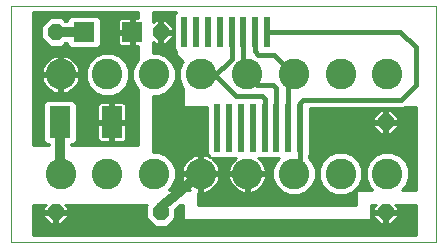
<source format=gtl>
G75*
%MOIN*%
%OFA0B0*%
%FSLAX25Y25*%
%IPPOS*%
%LPD*%
%AMOC8*
5,1,8,0,0,1.08239X$1,22.5*
%
%ADD10C,0.00000*%
%ADD11R,0.07087X0.06693*%
%ADD12OC8,0.05575*%
%ADD13C,0.10236*%
%ADD14R,0.07087X0.10630*%
%ADD15R,0.02400X0.10000*%
%ADD16R,0.02400X0.16000*%
%ADD17C,0.03200*%
%ADD18C,0.01000*%
%ADD19C,0.01600*%
D10*
X0094868Y0005500D02*
X0094868Y0084240D01*
X0236600Y0084240D01*
X0236600Y0005500D01*
X0094868Y0005500D01*
D11*
X0119297Y0075500D03*
X0135439Y0075500D03*
D12*
X0144868Y0075500D03*
X0109868Y0075500D03*
X0219868Y0045500D03*
X0219868Y0015500D03*
X0144868Y0015500D03*
X0109868Y0015500D03*
D13*
X0111521Y0028295D03*
X0127073Y0028295D03*
X0142624Y0028295D03*
X0158175Y0028295D03*
X0173726Y0028295D03*
X0189277Y0028295D03*
X0204829Y0028295D03*
X0220380Y0028295D03*
X0220380Y0061366D03*
X0204829Y0061366D03*
X0189277Y0061366D03*
X0173726Y0061366D03*
X0158175Y0061366D03*
X0142624Y0061366D03*
X0127073Y0061366D03*
X0111521Y0061366D03*
D14*
X0111207Y0045500D03*
X0128529Y0045500D03*
D15*
X0152721Y0075600D03*
X0156721Y0075600D03*
X0160621Y0075600D03*
X0164521Y0075600D03*
X0168521Y0075600D03*
X0172421Y0075600D03*
X0176321Y0075600D03*
X0180321Y0075600D03*
D16*
X0179545Y0043600D03*
X0183445Y0043600D03*
X0187345Y0043600D03*
X0191345Y0043600D03*
X0175545Y0043600D03*
X0171645Y0043600D03*
X0167745Y0043600D03*
X0163745Y0043600D03*
D17*
X0158175Y0028295D02*
X0144868Y0017350D01*
X0144868Y0015500D01*
X0111521Y0028295D02*
X0111207Y0028610D01*
X0111207Y0045500D01*
X0110734Y0045500D01*
X0109868Y0075500D02*
X0119297Y0075500D01*
D18*
X0124940Y0075396D02*
X0134939Y0075396D01*
X0134939Y0075000D02*
X0130608Y0075000D01*
X0130608Y0071984D01*
X0130696Y0071657D01*
X0130865Y0071363D01*
X0131105Y0071123D01*
X0131399Y0070954D01*
X0131726Y0070866D01*
X0134939Y0070866D01*
X0134939Y0075000D01*
X0135939Y0075000D01*
X0135939Y0070866D01*
X0137368Y0070866D01*
X0137368Y0066318D01*
X0136505Y0065455D01*
X0135406Y0062802D01*
X0135406Y0059930D01*
X0136505Y0057277D01*
X0137368Y0056414D01*
X0137368Y0038000D01*
X0114907Y0038000D01*
X0114907Y0038085D01*
X0115620Y0038085D01*
X0116850Y0039315D01*
X0116850Y0051685D01*
X0115620Y0052915D01*
X0106793Y0052915D01*
X0105563Y0051685D01*
X0105563Y0039315D01*
X0106793Y0038085D01*
X0107507Y0038085D01*
X0107507Y0038000D01*
X0102368Y0038000D01*
X0102368Y0082140D01*
X0137368Y0082140D01*
X0137368Y0080134D01*
X0135939Y0080134D01*
X0135939Y0076000D01*
X0134939Y0076000D01*
X0134939Y0080134D01*
X0131726Y0080134D01*
X0131399Y0080046D01*
X0131105Y0079877D01*
X0130865Y0079637D01*
X0130696Y0079343D01*
X0130608Y0079016D01*
X0130608Y0076000D01*
X0134939Y0076000D01*
X0134939Y0075000D01*
X0134939Y0074397D02*
X0135939Y0074397D01*
X0135939Y0073399D02*
X0134939Y0073399D01*
X0134939Y0072400D02*
X0135939Y0072400D01*
X0135939Y0071402D02*
X0134939Y0071402D01*
X0137368Y0070403D02*
X0124060Y0070403D01*
X0123710Y0070054D02*
X0124940Y0071284D01*
X0124940Y0079716D01*
X0123710Y0080946D01*
X0114884Y0080946D01*
X0113654Y0079716D01*
X0113654Y0079200D01*
X0113080Y0079200D01*
X0111892Y0080387D01*
X0107844Y0080387D01*
X0104981Y0077524D01*
X0104981Y0073476D01*
X0107844Y0070613D01*
X0111892Y0070613D01*
X0113080Y0071800D01*
X0113654Y0071800D01*
X0113654Y0071284D01*
X0114884Y0070054D01*
X0123710Y0070054D01*
X0124940Y0071402D02*
X0130843Y0071402D01*
X0130608Y0072400D02*
X0124940Y0072400D01*
X0124940Y0073399D02*
X0130608Y0073399D01*
X0130608Y0074397D02*
X0124940Y0074397D01*
X0124940Y0076394D02*
X0130608Y0076394D01*
X0130608Y0077393D02*
X0124940Y0077393D01*
X0124940Y0078391D02*
X0130608Y0078391D01*
X0130723Y0079390D02*
X0124940Y0079390D01*
X0124268Y0080388D02*
X0137368Y0080388D01*
X0137368Y0081387D02*
X0102368Y0081387D01*
X0102368Y0080388D02*
X0114326Y0080388D01*
X0113654Y0079390D02*
X0112890Y0079390D01*
X0106846Y0079390D02*
X0102368Y0079390D01*
X0102368Y0078391D02*
X0105847Y0078391D01*
X0104981Y0077393D02*
X0102368Y0077393D01*
X0102368Y0076394D02*
X0104981Y0076394D01*
X0104981Y0075396D02*
X0102368Y0075396D01*
X0102368Y0074397D02*
X0104981Y0074397D01*
X0105057Y0073399D02*
X0102368Y0073399D01*
X0102368Y0072400D02*
X0106056Y0072400D01*
X0107054Y0071402D02*
X0102368Y0071402D01*
X0102368Y0070403D02*
X0114534Y0070403D01*
X0113654Y0071402D02*
X0112682Y0071402D01*
X0112021Y0067761D02*
X0112774Y0067662D01*
X0113585Y0067445D01*
X0114361Y0067123D01*
X0115088Y0066704D01*
X0115754Y0066192D01*
X0116348Y0065599D01*
X0116859Y0064932D01*
X0117279Y0064205D01*
X0117600Y0063430D01*
X0117817Y0062618D01*
X0117916Y0061866D01*
X0112022Y0061866D01*
X0112022Y0060866D01*
X0117916Y0060866D01*
X0117817Y0060114D01*
X0117600Y0059303D01*
X0117279Y0058527D01*
X0116859Y0057800D01*
X0116348Y0057134D01*
X0115754Y0056540D01*
X0115088Y0056029D01*
X0114361Y0055609D01*
X0113585Y0055288D01*
X0112774Y0055070D01*
X0112021Y0054971D01*
X0112021Y0060866D01*
X0111021Y0060866D01*
X0105127Y0060866D01*
X0105226Y0060114D01*
X0105443Y0059303D01*
X0105764Y0058527D01*
X0106184Y0057800D01*
X0106695Y0057134D01*
X0107289Y0056540D01*
X0107955Y0056029D01*
X0108682Y0055609D01*
X0109458Y0055288D01*
X0110269Y0055070D01*
X0111021Y0054971D01*
X0111021Y0060866D01*
X0111021Y0061866D01*
X0105127Y0061866D01*
X0105226Y0062618D01*
X0105443Y0063430D01*
X0105764Y0064205D01*
X0106184Y0064932D01*
X0106695Y0065599D01*
X0107289Y0066192D01*
X0107955Y0066704D01*
X0108682Y0067123D01*
X0109458Y0067445D01*
X0110269Y0067662D01*
X0111021Y0067761D01*
X0111021Y0061866D01*
X0112021Y0061866D01*
X0112021Y0067761D01*
X0112021Y0067408D02*
X0111021Y0067408D01*
X0111021Y0066409D02*
X0112021Y0066409D01*
X0112021Y0065411D02*
X0111021Y0065411D01*
X0111021Y0064412D02*
X0112021Y0064412D01*
X0112021Y0063414D02*
X0111021Y0063414D01*
X0111021Y0062415D02*
X0112021Y0062415D01*
X0112022Y0061417D02*
X0119855Y0061417D01*
X0119855Y0060418D02*
X0117857Y0060418D01*
X0117631Y0059420D02*
X0120066Y0059420D01*
X0119855Y0059930D02*
X0120953Y0057277D01*
X0122984Y0055247D01*
X0125637Y0054148D01*
X0128508Y0054148D01*
X0131161Y0055247D01*
X0133192Y0057277D01*
X0134291Y0059930D01*
X0134291Y0062802D01*
X0133192Y0065455D01*
X0131161Y0067485D01*
X0128508Y0068584D01*
X0125637Y0068584D01*
X0122984Y0067485D01*
X0120953Y0065455D01*
X0119855Y0062802D01*
X0119855Y0059930D01*
X0120480Y0058421D02*
X0117218Y0058421D01*
X0116569Y0057423D02*
X0120893Y0057423D01*
X0121807Y0056424D02*
X0115603Y0056424D01*
X0113918Y0055426D02*
X0122805Y0055426D01*
X0124963Y0054427D02*
X0102368Y0054427D01*
X0102368Y0053429D02*
X0137368Y0053429D01*
X0137368Y0054427D02*
X0129182Y0054427D01*
X0131340Y0055426D02*
X0137368Y0055426D01*
X0137358Y0056424D02*
X0132339Y0056424D01*
X0133252Y0057423D02*
X0136445Y0057423D01*
X0136031Y0058421D02*
X0133666Y0058421D01*
X0134079Y0059420D02*
X0135617Y0059420D01*
X0135406Y0060418D02*
X0134291Y0060418D01*
X0134291Y0061417D02*
X0135406Y0061417D01*
X0135406Y0062415D02*
X0134291Y0062415D01*
X0134037Y0063414D02*
X0135659Y0063414D01*
X0136073Y0064412D02*
X0133624Y0064412D01*
X0133210Y0065411D02*
X0136486Y0065411D01*
X0137368Y0066409D02*
X0132238Y0066409D01*
X0131239Y0067408D02*
X0137368Y0067408D01*
X0137368Y0068406D02*
X0128938Y0068406D01*
X0125207Y0068406D02*
X0102368Y0068406D01*
X0102368Y0067408D02*
X0109369Y0067408D01*
X0107572Y0066409D02*
X0102368Y0066409D01*
X0102368Y0065411D02*
X0106551Y0065411D01*
X0105884Y0064412D02*
X0102368Y0064412D01*
X0102368Y0063414D02*
X0105439Y0063414D01*
X0105199Y0062415D02*
X0102368Y0062415D01*
X0102368Y0061417D02*
X0111021Y0061417D01*
X0111021Y0060418D02*
X0112021Y0060418D01*
X0112021Y0059420D02*
X0111021Y0059420D01*
X0111021Y0058421D02*
X0112021Y0058421D01*
X0112021Y0057423D02*
X0111021Y0057423D01*
X0111021Y0056424D02*
X0112021Y0056424D01*
X0112021Y0055426D02*
X0111021Y0055426D01*
X0109125Y0055426D02*
X0102368Y0055426D01*
X0102368Y0056424D02*
X0107440Y0056424D01*
X0106474Y0057423D02*
X0102368Y0057423D01*
X0102368Y0058421D02*
X0105825Y0058421D01*
X0105412Y0059420D02*
X0102368Y0059420D01*
X0102368Y0060418D02*
X0105186Y0060418D01*
X0117159Y0064412D02*
X0120522Y0064412D01*
X0120935Y0065411D02*
X0116492Y0065411D01*
X0115471Y0066409D02*
X0121908Y0066409D01*
X0122906Y0067408D02*
X0113674Y0067408D01*
X0117604Y0063414D02*
X0120108Y0063414D01*
X0119855Y0062415D02*
X0117844Y0062415D01*
X0102368Y0069405D02*
X0137368Y0069405D01*
X0142368Y0069405D02*
X0149747Y0069405D01*
X0149868Y0069284D02*
X0149868Y0068000D01*
X0152234Y0065633D01*
X0152056Y0065455D01*
X0150957Y0062802D01*
X0150957Y0059930D01*
X0152056Y0057277D01*
X0152368Y0056965D01*
X0152368Y0050500D01*
X0142368Y0050500D01*
X0142368Y0054148D01*
X0144060Y0054148D01*
X0146713Y0055247D01*
X0148743Y0057277D01*
X0149842Y0059930D01*
X0149842Y0062802D01*
X0148743Y0065455D01*
X0146713Y0067485D01*
X0144060Y0068584D01*
X0142368Y0068584D01*
X0142368Y0072237D01*
X0143180Y0071425D01*
X0144368Y0071425D01*
X0144368Y0075000D01*
X0145368Y0075000D01*
X0145368Y0076000D01*
X0148943Y0076000D01*
X0148943Y0077188D01*
X0146556Y0079575D01*
X0145368Y0079575D01*
X0145368Y0076000D01*
X0144368Y0076000D01*
X0144368Y0079575D01*
X0143180Y0079575D01*
X0142368Y0078763D01*
X0142368Y0082140D01*
X0149868Y0082140D01*
X0149868Y0081916D01*
X0149421Y0081470D01*
X0149421Y0069730D01*
X0149868Y0069284D01*
X0149868Y0068406D02*
X0144489Y0068406D01*
X0146790Y0067408D02*
X0150460Y0067408D01*
X0151459Y0066409D02*
X0147789Y0066409D01*
X0148761Y0065411D02*
X0152038Y0065411D01*
X0151624Y0064412D02*
X0149175Y0064412D01*
X0149589Y0063414D02*
X0151210Y0063414D01*
X0150957Y0062415D02*
X0149842Y0062415D01*
X0149842Y0061417D02*
X0150957Y0061417D01*
X0150957Y0060418D02*
X0149842Y0060418D01*
X0149630Y0059420D02*
X0151168Y0059420D01*
X0151582Y0058421D02*
X0149217Y0058421D01*
X0148803Y0057423D02*
X0151996Y0057423D01*
X0152368Y0056424D02*
X0147890Y0056424D01*
X0146891Y0055426D02*
X0152368Y0055426D01*
X0152368Y0054427D02*
X0144733Y0054427D01*
X0142368Y0053429D02*
X0152368Y0053429D01*
X0152368Y0052430D02*
X0142368Y0052430D01*
X0142368Y0051432D02*
X0152368Y0051432D01*
X0160445Y0050500D02*
X0160445Y0034730D01*
X0161271Y0033904D01*
X0161014Y0034053D01*
X0160238Y0034374D01*
X0159427Y0034591D01*
X0158675Y0034690D01*
X0158675Y0028795D01*
X0164570Y0028795D01*
X0164471Y0029548D01*
X0164254Y0030359D01*
X0163932Y0031134D01*
X0163512Y0031862D01*
X0163001Y0032528D01*
X0162408Y0033122D01*
X0161914Y0033500D01*
X0169987Y0033500D01*
X0169494Y0033122D01*
X0168900Y0032528D01*
X0168389Y0031862D01*
X0167969Y0031134D01*
X0167648Y0030359D01*
X0167430Y0029548D01*
X0167331Y0028795D01*
X0173226Y0028795D01*
X0173226Y0027795D01*
X0174226Y0027795D01*
X0174226Y0021900D01*
X0174979Y0021999D01*
X0175790Y0022217D01*
X0176565Y0022538D01*
X0177293Y0022958D01*
X0177959Y0023469D01*
X0178552Y0024063D01*
X0179064Y0024729D01*
X0179483Y0025456D01*
X0179805Y0026232D01*
X0180022Y0027043D01*
X0180121Y0027795D01*
X0174226Y0027795D01*
X0174226Y0028795D01*
X0180121Y0028795D01*
X0180022Y0029548D01*
X0179805Y0030359D01*
X0179483Y0031134D01*
X0179064Y0031862D01*
X0178552Y0032528D01*
X0177959Y0033122D01*
X0177465Y0033500D01*
X0184274Y0033500D01*
X0183158Y0032384D01*
X0182059Y0029731D01*
X0182059Y0026859D01*
X0183158Y0024207D01*
X0185189Y0022176D01*
X0187842Y0021077D01*
X0190713Y0021077D01*
X0193366Y0022176D01*
X0195397Y0024207D01*
X0196495Y0026859D01*
X0196495Y0029731D01*
X0195397Y0032384D01*
X0194245Y0033535D01*
X0194245Y0034330D01*
X0194645Y0034730D01*
X0194645Y0050100D01*
X0225445Y0050100D01*
X0226410Y0050500D01*
X0229868Y0050500D01*
X0229868Y0023000D01*
X0225292Y0023000D01*
X0226499Y0024207D01*
X0227598Y0026859D01*
X0227598Y0029731D01*
X0226499Y0032384D01*
X0224468Y0034414D01*
X0221816Y0035513D01*
X0218944Y0035513D01*
X0216291Y0034414D01*
X0214261Y0032384D01*
X0213162Y0029731D01*
X0213162Y0026859D01*
X0214261Y0024207D01*
X0215467Y0023000D01*
X0209868Y0023000D01*
X0209868Y0018000D01*
X0157368Y0018000D01*
X0157368Y0021941D01*
X0157675Y0021900D01*
X0157675Y0027795D01*
X0158675Y0027795D01*
X0158675Y0021900D01*
X0159427Y0021999D01*
X0160238Y0022217D01*
X0161014Y0022538D01*
X0161741Y0022958D01*
X0162408Y0023469D01*
X0163001Y0024063D01*
X0163512Y0024729D01*
X0163932Y0025456D01*
X0164254Y0026232D01*
X0164471Y0027043D01*
X0164570Y0027795D01*
X0158675Y0027795D01*
X0158675Y0028795D01*
X0157675Y0028795D01*
X0157675Y0027795D01*
X0151780Y0027795D01*
X0151879Y0027043D01*
X0152096Y0026232D01*
X0152418Y0025456D01*
X0152838Y0024729D01*
X0153349Y0024063D01*
X0153943Y0023469D01*
X0154554Y0023000D01*
X0147537Y0023000D01*
X0148743Y0024207D01*
X0149842Y0026859D01*
X0149842Y0029731D01*
X0148743Y0032384D01*
X0146713Y0034414D01*
X0144060Y0035513D01*
X0142368Y0035513D01*
X0142368Y0050500D01*
X0160445Y0050500D01*
X0160445Y0050433D02*
X0142368Y0050433D01*
X0142368Y0049434D02*
X0160445Y0049434D01*
X0160445Y0048436D02*
X0142368Y0048436D01*
X0142368Y0047437D02*
X0160445Y0047437D01*
X0160445Y0046439D02*
X0142368Y0046439D01*
X0142368Y0045440D02*
X0160445Y0045440D01*
X0160445Y0044442D02*
X0142368Y0044442D01*
X0142368Y0043443D02*
X0160445Y0043443D01*
X0160445Y0042445D02*
X0142368Y0042445D01*
X0142368Y0041446D02*
X0160445Y0041446D01*
X0160445Y0040448D02*
X0142368Y0040448D01*
X0142368Y0039449D02*
X0160445Y0039449D01*
X0160445Y0038451D02*
X0142368Y0038451D01*
X0142368Y0037452D02*
X0160445Y0037452D01*
X0160445Y0036454D02*
X0142368Y0036454D01*
X0144200Y0035455D02*
X0160445Y0035455D01*
X0160718Y0034457D02*
X0159929Y0034457D01*
X0158675Y0034457D02*
X0157675Y0034457D01*
X0157675Y0034690D02*
X0156923Y0034591D01*
X0156112Y0034374D01*
X0155336Y0034053D01*
X0154609Y0033633D01*
X0153943Y0033122D01*
X0153349Y0032528D01*
X0152838Y0031862D01*
X0152418Y0031134D01*
X0152096Y0030359D01*
X0151879Y0029548D01*
X0151780Y0028795D01*
X0157675Y0028795D01*
X0157675Y0034690D01*
X0157675Y0033458D02*
X0158675Y0033458D01*
X0158675Y0032460D02*
X0157675Y0032460D01*
X0157675Y0031461D02*
X0158675Y0031461D01*
X0158675Y0030463D02*
X0157675Y0030463D01*
X0157675Y0029464D02*
X0158675Y0029464D01*
X0158675Y0028466D02*
X0173226Y0028466D01*
X0173226Y0027795D02*
X0167331Y0027795D01*
X0167430Y0027043D01*
X0167648Y0026232D01*
X0167969Y0025456D01*
X0168389Y0024729D01*
X0168900Y0024063D01*
X0169494Y0023469D01*
X0170160Y0022958D01*
X0170887Y0022538D01*
X0171663Y0022217D01*
X0172474Y0021999D01*
X0173226Y0021900D01*
X0173226Y0027795D01*
X0173226Y0027467D02*
X0174226Y0027467D01*
X0174226Y0028466D02*
X0182059Y0028466D01*
X0182059Y0029464D02*
X0180033Y0029464D01*
X0179762Y0030463D02*
X0182362Y0030463D01*
X0182776Y0031461D02*
X0179295Y0031461D01*
X0178605Y0032460D02*
X0183234Y0032460D01*
X0184233Y0033458D02*
X0177520Y0033458D01*
X0169933Y0033458D02*
X0161969Y0033458D01*
X0163053Y0032460D02*
X0168848Y0032460D01*
X0168158Y0031461D02*
X0163744Y0031461D01*
X0164210Y0030463D02*
X0167691Y0030463D01*
X0167419Y0029464D02*
X0164482Y0029464D01*
X0164527Y0027467D02*
X0167374Y0027467D01*
X0167584Y0026469D02*
X0164317Y0026469D01*
X0163938Y0025470D02*
X0167963Y0025470D01*
X0168586Y0024472D02*
X0163315Y0024472D01*
X0162412Y0023473D02*
X0169490Y0023473D01*
X0171040Y0022475D02*
X0160861Y0022475D01*
X0158675Y0022475D02*
X0157675Y0022475D01*
X0157675Y0023473D02*
X0158675Y0023473D01*
X0158675Y0024472D02*
X0157675Y0024472D01*
X0157675Y0025470D02*
X0158675Y0025470D01*
X0158675Y0026469D02*
X0157675Y0026469D01*
X0157675Y0027467D02*
X0158675Y0027467D01*
X0157675Y0028466D02*
X0149842Y0028466D01*
X0149842Y0029464D02*
X0151868Y0029464D01*
X0152140Y0030463D02*
X0149539Y0030463D01*
X0149125Y0031461D02*
X0152606Y0031461D01*
X0153297Y0032460D02*
X0148667Y0032460D01*
X0147669Y0033458D02*
X0154381Y0033458D01*
X0156421Y0034457D02*
X0146610Y0034457D01*
X0137368Y0038451D02*
X0115986Y0038451D01*
X0116850Y0039449D02*
X0123924Y0039449D01*
X0123956Y0039395D02*
X0124196Y0039155D01*
X0124489Y0038985D01*
X0124817Y0038898D01*
X0128029Y0038898D01*
X0128029Y0045000D01*
X0123699Y0045000D01*
X0123699Y0040016D01*
X0123786Y0039688D01*
X0123956Y0039395D01*
X0123699Y0040448D02*
X0116850Y0040448D01*
X0116850Y0041446D02*
X0123699Y0041446D01*
X0123699Y0042445D02*
X0116850Y0042445D01*
X0116850Y0043443D02*
X0123699Y0043443D01*
X0123699Y0044442D02*
X0116850Y0044442D01*
X0116850Y0045440D02*
X0128029Y0045440D01*
X0128029Y0045000D02*
X0128029Y0046000D01*
X0123699Y0046000D01*
X0123699Y0050984D01*
X0123786Y0051312D01*
X0123956Y0051605D01*
X0124196Y0051845D01*
X0124489Y0052015D01*
X0124817Y0052102D01*
X0128029Y0052102D01*
X0128029Y0046000D01*
X0129029Y0046000D01*
X0129029Y0052102D01*
X0132242Y0052102D01*
X0132570Y0052015D01*
X0132863Y0051845D01*
X0133103Y0051605D01*
X0133272Y0051312D01*
X0133360Y0050984D01*
X0133360Y0046000D01*
X0129029Y0046000D01*
X0129029Y0045000D01*
X0129029Y0038898D01*
X0132242Y0038898D01*
X0132570Y0038985D01*
X0132863Y0039155D01*
X0133103Y0039395D01*
X0133272Y0039688D01*
X0133360Y0040016D01*
X0133360Y0045000D01*
X0129029Y0045000D01*
X0128029Y0045000D01*
X0128029Y0044442D02*
X0129029Y0044442D01*
X0129029Y0045440D02*
X0137368Y0045440D01*
X0137368Y0044442D02*
X0133360Y0044442D01*
X0133360Y0043443D02*
X0137368Y0043443D01*
X0137368Y0042445D02*
X0133360Y0042445D01*
X0133360Y0041446D02*
X0137368Y0041446D01*
X0137368Y0040448D02*
X0133360Y0040448D01*
X0133134Y0039449D02*
X0137368Y0039449D01*
X0129029Y0039449D02*
X0128029Y0039449D01*
X0128029Y0040448D02*
X0129029Y0040448D01*
X0129029Y0041446D02*
X0128029Y0041446D01*
X0128029Y0042445D02*
X0129029Y0042445D01*
X0129029Y0043443D02*
X0128029Y0043443D01*
X0128029Y0046439D02*
X0129029Y0046439D01*
X0129029Y0047437D02*
X0128029Y0047437D01*
X0128029Y0048436D02*
X0129029Y0048436D01*
X0129029Y0049434D02*
X0128029Y0049434D01*
X0128029Y0050433D02*
X0129029Y0050433D01*
X0129029Y0051432D02*
X0128029Y0051432D01*
X0123855Y0051432D02*
X0116850Y0051432D01*
X0116850Y0050433D02*
X0123699Y0050433D01*
X0123699Y0049434D02*
X0116850Y0049434D01*
X0116850Y0048436D02*
X0123699Y0048436D01*
X0123699Y0047437D02*
X0116850Y0047437D01*
X0116850Y0046439D02*
X0123699Y0046439D01*
X0133360Y0046439D02*
X0137368Y0046439D01*
X0137368Y0047437D02*
X0133360Y0047437D01*
X0133360Y0048436D02*
X0137368Y0048436D01*
X0137368Y0049434D02*
X0133360Y0049434D01*
X0133360Y0050433D02*
X0137368Y0050433D01*
X0137368Y0051432D02*
X0133203Y0051432D01*
X0137368Y0052430D02*
X0116105Y0052430D01*
X0106308Y0052430D02*
X0102368Y0052430D01*
X0102368Y0051432D02*
X0105563Y0051432D01*
X0105563Y0050433D02*
X0102368Y0050433D01*
X0102368Y0049434D02*
X0105563Y0049434D01*
X0105563Y0048436D02*
X0102368Y0048436D01*
X0102368Y0047437D02*
X0105563Y0047437D01*
X0105563Y0046439D02*
X0102368Y0046439D01*
X0102368Y0045440D02*
X0105563Y0045440D01*
X0105563Y0044442D02*
X0102368Y0044442D01*
X0102368Y0043443D02*
X0105563Y0043443D01*
X0105563Y0042445D02*
X0102368Y0042445D01*
X0102368Y0041446D02*
X0105563Y0041446D01*
X0105563Y0040448D02*
X0102368Y0040448D01*
X0102368Y0039449D02*
X0105563Y0039449D01*
X0106428Y0038451D02*
X0102368Y0038451D01*
X0148010Y0023473D02*
X0153938Y0023473D01*
X0153035Y0024472D02*
X0148853Y0024472D01*
X0149266Y0025470D02*
X0152412Y0025470D01*
X0152033Y0026469D02*
X0149680Y0026469D01*
X0149842Y0027467D02*
X0151823Y0027467D01*
X0157368Y0021476D02*
X0186878Y0021476D01*
X0184890Y0022475D02*
X0176412Y0022475D01*
X0177963Y0023473D02*
X0183892Y0023473D01*
X0183048Y0024472D02*
X0178866Y0024472D01*
X0179489Y0025470D02*
X0182635Y0025470D01*
X0182221Y0026469D02*
X0179868Y0026469D01*
X0180078Y0027467D02*
X0182059Y0027467D01*
X0174226Y0026469D02*
X0173226Y0026469D01*
X0173226Y0025470D02*
X0174226Y0025470D01*
X0174226Y0024472D02*
X0173226Y0024472D01*
X0173226Y0023473D02*
X0174226Y0023473D01*
X0174226Y0022475D02*
X0173226Y0022475D01*
X0157368Y0020478D02*
X0209868Y0020478D01*
X0209868Y0021476D02*
X0207228Y0021476D01*
X0206264Y0021077D02*
X0208917Y0022176D01*
X0210948Y0024207D01*
X0212047Y0026859D01*
X0212047Y0029731D01*
X0210948Y0032384D01*
X0208917Y0034414D01*
X0206264Y0035513D01*
X0203393Y0035513D01*
X0200740Y0034414D01*
X0198709Y0032384D01*
X0197610Y0029731D01*
X0197610Y0026859D01*
X0198709Y0024207D01*
X0200740Y0022176D01*
X0203393Y0021077D01*
X0206264Y0021077D01*
X0209216Y0022475D02*
X0209868Y0022475D01*
X0210214Y0023473D02*
X0214994Y0023473D01*
X0214151Y0024472D02*
X0211058Y0024472D01*
X0211471Y0025470D02*
X0213737Y0025470D01*
X0213323Y0026469D02*
X0211885Y0026469D01*
X0212047Y0027467D02*
X0213162Y0027467D01*
X0213162Y0028466D02*
X0212047Y0028466D01*
X0212047Y0029464D02*
X0213162Y0029464D01*
X0213465Y0030463D02*
X0211744Y0030463D01*
X0211330Y0031461D02*
X0213878Y0031461D01*
X0214336Y0032460D02*
X0210872Y0032460D01*
X0209873Y0033458D02*
X0215335Y0033458D01*
X0216393Y0034457D02*
X0208815Y0034457D01*
X0206404Y0035455D02*
X0218804Y0035455D01*
X0221956Y0035455D02*
X0229868Y0035455D01*
X0229868Y0034457D02*
X0224366Y0034457D01*
X0225425Y0033458D02*
X0229868Y0033458D01*
X0229868Y0032460D02*
X0226423Y0032460D01*
X0226881Y0031461D02*
X0229868Y0031461D01*
X0229868Y0030463D02*
X0227295Y0030463D01*
X0227598Y0029464D02*
X0229868Y0029464D01*
X0229868Y0028466D02*
X0227598Y0028466D01*
X0227598Y0027467D02*
X0229868Y0027467D01*
X0229868Y0026469D02*
X0227436Y0026469D01*
X0227022Y0025470D02*
X0229868Y0025470D01*
X0229868Y0024472D02*
X0226609Y0024472D01*
X0225766Y0023473D02*
X0229868Y0023473D01*
X0229868Y0018000D02*
X0223131Y0018000D01*
X0223943Y0017188D01*
X0223943Y0016000D01*
X0220368Y0016000D01*
X0220368Y0015000D01*
X0223943Y0015000D01*
X0223943Y0013812D01*
X0221556Y0011425D01*
X0220368Y0011425D01*
X0220368Y0015000D01*
X0219368Y0015000D01*
X0219368Y0011425D01*
X0218180Y0011425D01*
X0215793Y0013812D01*
X0215793Y0015000D01*
X0219368Y0015000D01*
X0219368Y0016000D01*
X0215793Y0016000D01*
X0215793Y0017188D01*
X0216605Y0018000D01*
X0214868Y0018000D01*
X0214868Y0013000D01*
X0152368Y0013000D01*
X0152368Y0018000D01*
X0151482Y0018000D01*
X0149755Y0016579D01*
X0149755Y0013476D01*
X0146892Y0010613D01*
X0142844Y0010613D01*
X0139981Y0013476D01*
X0139981Y0017524D01*
X0140456Y0018000D01*
X0113131Y0018000D01*
X0113943Y0017188D01*
X0113943Y0016000D01*
X0110368Y0016000D01*
X0110368Y0015000D01*
X0113943Y0015000D01*
X0113943Y0013812D01*
X0111556Y0011425D01*
X0110368Y0011425D01*
X0110368Y0015000D01*
X0109368Y0015000D01*
X0109368Y0011425D01*
X0108180Y0011425D01*
X0105793Y0013812D01*
X0105793Y0015000D01*
X0109368Y0015000D01*
X0109368Y0016000D01*
X0105793Y0016000D01*
X0105793Y0017188D01*
X0106605Y0018000D01*
X0102368Y0018000D01*
X0102368Y0008000D01*
X0229868Y0008000D01*
X0229868Y0018000D01*
X0229868Y0017482D02*
X0223648Y0017482D01*
X0223943Y0016484D02*
X0229868Y0016484D01*
X0229868Y0015485D02*
X0220368Y0015485D01*
X0220368Y0014487D02*
X0219368Y0014487D01*
X0219368Y0015485D02*
X0214868Y0015485D01*
X0214868Y0014487D02*
X0215793Y0014487D01*
X0216117Y0013488D02*
X0214868Y0013488D01*
X0217116Y0012490D02*
X0148769Y0012490D01*
X0149755Y0013488D02*
X0152368Y0013488D01*
X0152368Y0014487D02*
X0149755Y0014487D01*
X0149755Y0015485D02*
X0152368Y0015485D01*
X0152368Y0016484D02*
X0149755Y0016484D01*
X0150853Y0017482D02*
X0152368Y0017482D01*
X0157368Y0018481D02*
X0209868Y0018481D01*
X0209868Y0019479D02*
X0157368Y0019479D01*
X0139981Y0017482D02*
X0113648Y0017482D01*
X0113943Y0016484D02*
X0139981Y0016484D01*
X0139981Y0015485D02*
X0110368Y0015485D01*
X0110368Y0014487D02*
X0109368Y0014487D01*
X0109368Y0015485D02*
X0102368Y0015485D01*
X0102368Y0014487D02*
X0105793Y0014487D01*
X0106117Y0013488D02*
X0102368Y0013488D01*
X0102368Y0012490D02*
X0107116Y0012490D01*
X0108114Y0011491D02*
X0102368Y0011491D01*
X0102368Y0010493D02*
X0229868Y0010493D01*
X0229868Y0011491D02*
X0221622Y0011491D01*
X0220368Y0011491D02*
X0219368Y0011491D01*
X0219368Y0012490D02*
X0220368Y0012490D01*
X0220368Y0013488D02*
X0219368Y0013488D01*
X0222620Y0012490D02*
X0229868Y0012490D01*
X0229868Y0013488D02*
X0223619Y0013488D01*
X0223943Y0014487D02*
X0229868Y0014487D01*
X0218114Y0011491D02*
X0147771Y0011491D01*
X0141965Y0011491D02*
X0111622Y0011491D01*
X0110368Y0011491D02*
X0109368Y0011491D01*
X0109368Y0012490D02*
X0110368Y0012490D01*
X0110368Y0013488D02*
X0109368Y0013488D01*
X0112620Y0012490D02*
X0140967Y0012490D01*
X0139981Y0013488D02*
X0113619Y0013488D01*
X0113943Y0014487D02*
X0139981Y0014487D01*
X0106087Y0017482D02*
X0102368Y0017482D01*
X0102368Y0016484D02*
X0105793Y0016484D01*
X0102368Y0009494D02*
X0229868Y0009494D01*
X0229868Y0008496D02*
X0102368Y0008496D01*
X0191676Y0021476D02*
X0202429Y0021476D01*
X0200441Y0022475D02*
X0193665Y0022475D01*
X0194663Y0023473D02*
X0199443Y0023473D01*
X0198600Y0024472D02*
X0195506Y0024472D01*
X0195920Y0025470D02*
X0198186Y0025470D01*
X0197772Y0026469D02*
X0196334Y0026469D01*
X0196495Y0027467D02*
X0197610Y0027467D01*
X0197610Y0028466D02*
X0196495Y0028466D01*
X0196495Y0029464D02*
X0197610Y0029464D01*
X0197914Y0030463D02*
X0196192Y0030463D01*
X0195779Y0031461D02*
X0198327Y0031461D01*
X0198785Y0032460D02*
X0195321Y0032460D01*
X0194322Y0033458D02*
X0199784Y0033458D01*
X0200842Y0034457D02*
X0194372Y0034457D01*
X0194645Y0035455D02*
X0203253Y0035455D01*
X0194645Y0036454D02*
X0229868Y0036454D01*
X0229868Y0037452D02*
X0194645Y0037452D01*
X0194645Y0038451D02*
X0229868Y0038451D01*
X0229868Y0039449D02*
X0194645Y0039449D01*
X0194645Y0040448D02*
X0229868Y0040448D01*
X0229868Y0041446D02*
X0221577Y0041446D01*
X0221556Y0041425D02*
X0223943Y0043812D01*
X0223943Y0045000D01*
X0220368Y0045000D01*
X0220368Y0046000D01*
X0223943Y0046000D01*
X0223943Y0047188D01*
X0221556Y0049575D01*
X0220368Y0049575D01*
X0220368Y0046000D01*
X0219368Y0046000D01*
X0219368Y0049575D01*
X0218180Y0049575D01*
X0215793Y0047188D01*
X0215793Y0046000D01*
X0219368Y0046000D01*
X0219368Y0045000D01*
X0220368Y0045000D01*
X0220368Y0041425D01*
X0221556Y0041425D01*
X0220368Y0041446D02*
X0219368Y0041446D01*
X0219368Y0041425D02*
X0219368Y0045000D01*
X0215793Y0045000D01*
X0215793Y0043812D01*
X0218180Y0041425D01*
X0219368Y0041425D01*
X0219368Y0042445D02*
X0220368Y0042445D01*
X0220368Y0043443D02*
X0219368Y0043443D01*
X0217160Y0042445D02*
X0194645Y0042445D01*
X0194645Y0043443D02*
X0216162Y0043443D01*
X0215793Y0044442D02*
X0194645Y0044442D01*
X0194645Y0045440D02*
X0219368Y0045440D01*
X0219368Y0044442D02*
X0220368Y0044442D01*
X0220368Y0045440D02*
X0229868Y0045440D01*
X0229868Y0044442D02*
X0223943Y0044442D01*
X0223574Y0043443D02*
X0229868Y0043443D01*
X0229868Y0042445D02*
X0222576Y0042445D01*
X0218159Y0041446D02*
X0194645Y0041446D01*
X0194645Y0046439D02*
X0215793Y0046439D01*
X0216043Y0047437D02*
X0194645Y0047437D01*
X0194645Y0048436D02*
X0217041Y0048436D01*
X0218040Y0049434D02*
X0194645Y0049434D01*
X0219368Y0049434D02*
X0220368Y0049434D01*
X0220368Y0048436D02*
X0219368Y0048436D01*
X0219368Y0047437D02*
X0220368Y0047437D01*
X0220368Y0046439D02*
X0219368Y0046439D01*
X0222695Y0048436D02*
X0229868Y0048436D01*
X0229868Y0049434D02*
X0221696Y0049434D01*
X0223693Y0047437D02*
X0229868Y0047437D01*
X0229868Y0046439D02*
X0223943Y0046439D01*
X0226249Y0050433D02*
X0229868Y0050433D01*
X0149421Y0070403D02*
X0142368Y0070403D01*
X0142368Y0071402D02*
X0149421Y0071402D01*
X0149421Y0072400D02*
X0147531Y0072400D01*
X0146556Y0071425D02*
X0148943Y0073812D01*
X0148943Y0075000D01*
X0145368Y0075000D01*
X0145368Y0071425D01*
X0146556Y0071425D01*
X0145368Y0072400D02*
X0144368Y0072400D01*
X0144368Y0073399D02*
X0145368Y0073399D01*
X0145368Y0074397D02*
X0144368Y0074397D01*
X0145368Y0075396D02*
X0149421Y0075396D01*
X0149421Y0076394D02*
X0148943Y0076394D01*
X0148738Y0077393D02*
X0149421Y0077393D01*
X0149421Y0078391D02*
X0147739Y0078391D01*
X0146741Y0079390D02*
X0149421Y0079390D01*
X0149421Y0080388D02*
X0142368Y0080388D01*
X0142368Y0081387D02*
X0149421Y0081387D01*
X0145368Y0079390D02*
X0144368Y0079390D01*
X0144368Y0078391D02*
X0145368Y0078391D01*
X0145368Y0077393D02*
X0144368Y0077393D01*
X0144368Y0076394D02*
X0145368Y0076394D01*
X0148943Y0074397D02*
X0149421Y0074397D01*
X0149421Y0073399D02*
X0148529Y0073399D01*
X0135939Y0076394D02*
X0134939Y0076394D01*
X0134939Y0077393D02*
X0135939Y0077393D01*
X0135939Y0078391D02*
X0134939Y0078391D01*
X0134939Y0079390D02*
X0135939Y0079390D01*
X0142368Y0079390D02*
X0142995Y0079390D01*
X0214868Y0017482D02*
X0216087Y0017482D01*
X0215793Y0016484D02*
X0214868Y0016484D01*
D19*
X0191345Y0030363D02*
X0189277Y0028295D01*
X0191345Y0030363D02*
X0191345Y0043600D01*
X0191345Y0051977D01*
X0192368Y0053000D01*
X0224868Y0053000D01*
X0229868Y0058000D01*
X0229868Y0070500D01*
X0224768Y0075600D01*
X0180321Y0075600D01*
X0176321Y0075600D02*
X0176321Y0069046D01*
X0177368Y0068000D01*
X0182644Y0068000D01*
X0189277Y0061366D01*
X0187368Y0059457D01*
X0187368Y0058000D01*
X0187345Y0057977D01*
X0187345Y0043600D01*
X0183445Y0043600D02*
X0183445Y0056923D01*
X0182368Y0058000D01*
X0177092Y0058000D01*
X0173726Y0061366D01*
X0172421Y0062671D01*
X0172421Y0075600D01*
X0168521Y0075600D02*
X0168521Y0066654D01*
X0162368Y0060500D01*
X0159041Y0060500D01*
X0158175Y0061366D01*
X0162368Y0060500D02*
X0163618Y0060500D01*
X0169868Y0054250D01*
X0178618Y0054250D01*
X0179545Y0053323D01*
X0179545Y0043600D01*
M02*

</source>
